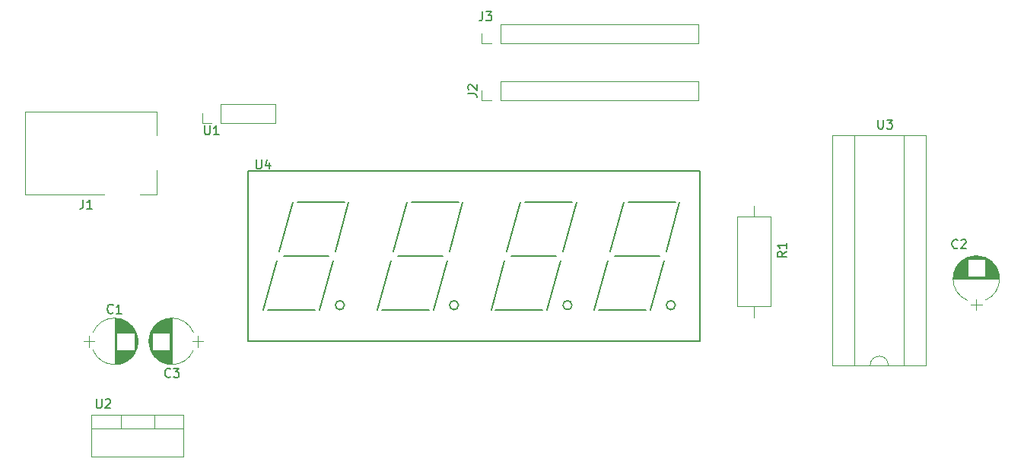
<source format=gbr>
G04 #@! TF.FileFunction,Legend,Top*
%FSLAX46Y46*%
G04 Gerber Fmt 4.6, Leading zero omitted, Abs format (unit mm)*
G04 Created by KiCad (PCBNEW 4.0.7) date Fri Nov 23 17:56:45 2018*
%MOMM*%
%LPD*%
G01*
G04 APERTURE LIST*
%ADD10C,0.100000*%
%ADD11C,0.120000*%
%ADD12C,0.150000*%
G04 APERTURE END LIST*
D10*
D11*
X124420000Y-118030000D02*
X134660000Y-118030000D01*
X124420000Y-122671000D02*
X134660000Y-122671000D01*
X124420000Y-118030000D02*
X124420000Y-122671000D01*
X134660000Y-118030000D02*
X134660000Y-122671000D01*
X124420000Y-119540000D02*
X134660000Y-119540000D01*
X127690000Y-118030000D02*
X127690000Y-119540000D01*
X131391000Y-118030000D02*
X131391000Y-119540000D01*
X125810000Y-93500000D02*
X117010000Y-93500000D01*
X117010000Y-93500000D02*
X117010000Y-84300000D01*
X131710000Y-90800000D02*
X131710000Y-93500000D01*
X131710000Y-93500000D02*
X129810000Y-93500000D01*
X117010000Y-84300000D02*
X131710000Y-84300000D01*
X131710000Y-84300000D02*
X131710000Y-86900000D01*
D12*
X192155000Y-109830000D02*
X141855000Y-109830000D01*
X141855000Y-109830000D02*
X141855000Y-90830000D01*
X141855000Y-90830000D02*
X192155000Y-90830000D01*
X192155000Y-90830000D02*
X192155000Y-109830000D01*
X182635000Y-100330000D02*
X187635000Y-100330000D01*
X180885000Y-106330000D02*
X186135000Y-106330000D01*
X188385000Y-99830000D02*
X189885000Y-94330000D01*
X186635000Y-106330000D02*
X188135000Y-100830000D01*
X182135000Y-99830000D02*
X183635000Y-94330000D01*
X180385000Y-106330000D02*
X181885000Y-100830000D01*
X184135000Y-94330000D02*
X189385000Y-94330000D01*
X145805000Y-100330000D02*
X150805000Y-100330000D01*
X144055000Y-106330000D02*
X149305000Y-106330000D01*
X151555000Y-99830000D02*
X153055000Y-94330000D01*
X149805000Y-106330000D02*
X151305000Y-100830000D01*
X145305000Y-99830000D02*
X146805000Y-94330000D01*
X143555000Y-106330000D02*
X145055000Y-100830000D01*
X147305000Y-94330000D02*
X152555000Y-94330000D01*
X160005000Y-94330000D02*
X165255000Y-94330000D01*
X156255000Y-106330000D02*
X157755000Y-100830000D01*
X158005000Y-99830000D02*
X159505000Y-94330000D01*
X162505000Y-106330000D02*
X164005000Y-100830000D01*
X164255000Y-99830000D02*
X165755000Y-94330000D01*
X156755000Y-106330000D02*
X162005000Y-106330000D01*
X158505000Y-100330000D02*
X163505000Y-100330000D01*
X176890000Y-99830000D02*
X178390000Y-94330000D01*
X172640000Y-94330000D02*
X177890000Y-94330000D01*
X170640000Y-99830000D02*
X172140000Y-94330000D01*
X171140000Y-100330000D02*
X176140000Y-100330000D01*
X169390000Y-106330000D02*
X174640000Y-106330000D01*
X168890000Y-106330000D02*
X170390000Y-100830000D01*
X175140000Y-106330000D02*
X176640000Y-100830000D01*
X189385000Y-105830000D02*
G75*
G03X189385000Y-105830000I-500000J0D01*
G01*
X152555000Y-105830000D02*
G75*
G03X152555000Y-105830000I-500000J0D01*
G01*
X177890000Y-105830000D02*
G75*
G03X177890000Y-105830000I-500000J0D01*
G01*
X165255000Y-105830000D02*
G75*
G03X165255000Y-105830000I-500000J0D01*
G01*
D11*
X129376863Y-108873600D02*
G75*
G03X124582564Y-108875000I-2396863J-981400D01*
G01*
X129376863Y-110836400D02*
G75*
G02X124582564Y-110835000I-2396863J981400D01*
G01*
X129376863Y-110836400D02*
G75*
G03X129377436Y-108875000I-2396863J981400D01*
G01*
X126980000Y-107305000D02*
X126980000Y-112405000D01*
X127020000Y-107305000D02*
X127020000Y-112405000D01*
X127060000Y-107306000D02*
X127060000Y-112404000D01*
X127100000Y-107307000D02*
X127100000Y-112403000D01*
X127140000Y-107309000D02*
X127140000Y-112401000D01*
X127180000Y-107312000D02*
X127180000Y-112398000D01*
X127220000Y-107316000D02*
X127220000Y-112394000D01*
X127260000Y-107320000D02*
X127260000Y-108875000D01*
X127260000Y-110835000D02*
X127260000Y-112390000D01*
X127300000Y-107324000D02*
X127300000Y-108875000D01*
X127300000Y-110835000D02*
X127300000Y-112386000D01*
X127340000Y-107330000D02*
X127340000Y-108875000D01*
X127340000Y-110835000D02*
X127340000Y-112380000D01*
X127380000Y-107336000D02*
X127380000Y-108875000D01*
X127380000Y-110835000D02*
X127380000Y-112374000D01*
X127420000Y-107342000D02*
X127420000Y-108875000D01*
X127420000Y-110835000D02*
X127420000Y-112368000D01*
X127460000Y-107349000D02*
X127460000Y-108875000D01*
X127460000Y-110835000D02*
X127460000Y-112361000D01*
X127500000Y-107357000D02*
X127500000Y-108875000D01*
X127500000Y-110835000D02*
X127500000Y-112353000D01*
X127540000Y-107366000D02*
X127540000Y-108875000D01*
X127540000Y-110835000D02*
X127540000Y-112344000D01*
X127580000Y-107375000D02*
X127580000Y-108875000D01*
X127580000Y-110835000D02*
X127580000Y-112335000D01*
X127620000Y-107385000D02*
X127620000Y-108875000D01*
X127620000Y-110835000D02*
X127620000Y-112325000D01*
X127660000Y-107395000D02*
X127660000Y-108875000D01*
X127660000Y-110835000D02*
X127660000Y-112315000D01*
X127701000Y-107407000D02*
X127701000Y-108875000D01*
X127701000Y-110835000D02*
X127701000Y-112303000D01*
X127741000Y-107419000D02*
X127741000Y-108875000D01*
X127741000Y-110835000D02*
X127741000Y-112291000D01*
X127781000Y-107431000D02*
X127781000Y-108875000D01*
X127781000Y-110835000D02*
X127781000Y-112279000D01*
X127821000Y-107445000D02*
X127821000Y-108875000D01*
X127821000Y-110835000D02*
X127821000Y-112265000D01*
X127861000Y-107459000D02*
X127861000Y-108875000D01*
X127861000Y-110835000D02*
X127861000Y-112251000D01*
X127901000Y-107473000D02*
X127901000Y-108875000D01*
X127901000Y-110835000D02*
X127901000Y-112237000D01*
X127941000Y-107489000D02*
X127941000Y-108875000D01*
X127941000Y-110835000D02*
X127941000Y-112221000D01*
X127981000Y-107505000D02*
X127981000Y-108875000D01*
X127981000Y-110835000D02*
X127981000Y-112205000D01*
X128021000Y-107522000D02*
X128021000Y-108875000D01*
X128021000Y-110835000D02*
X128021000Y-112188000D01*
X128061000Y-107540000D02*
X128061000Y-108875000D01*
X128061000Y-110835000D02*
X128061000Y-112170000D01*
X128101000Y-107559000D02*
X128101000Y-108875000D01*
X128101000Y-110835000D02*
X128101000Y-112151000D01*
X128141000Y-107579000D02*
X128141000Y-108875000D01*
X128141000Y-110835000D02*
X128141000Y-112131000D01*
X128181000Y-107599000D02*
X128181000Y-108875000D01*
X128181000Y-110835000D02*
X128181000Y-112111000D01*
X128221000Y-107621000D02*
X128221000Y-108875000D01*
X128221000Y-110835000D02*
X128221000Y-112089000D01*
X128261000Y-107643000D02*
X128261000Y-108875000D01*
X128261000Y-110835000D02*
X128261000Y-112067000D01*
X128301000Y-107666000D02*
X128301000Y-108875000D01*
X128301000Y-110835000D02*
X128301000Y-112044000D01*
X128341000Y-107690000D02*
X128341000Y-108875000D01*
X128341000Y-110835000D02*
X128341000Y-112020000D01*
X128381000Y-107715000D02*
X128381000Y-108875000D01*
X128381000Y-110835000D02*
X128381000Y-111995000D01*
X128421000Y-107742000D02*
X128421000Y-108875000D01*
X128421000Y-110835000D02*
X128421000Y-111968000D01*
X128461000Y-107769000D02*
X128461000Y-108875000D01*
X128461000Y-110835000D02*
X128461000Y-111941000D01*
X128501000Y-107797000D02*
X128501000Y-108875000D01*
X128501000Y-110835000D02*
X128501000Y-111913000D01*
X128541000Y-107827000D02*
X128541000Y-108875000D01*
X128541000Y-110835000D02*
X128541000Y-111883000D01*
X128581000Y-107858000D02*
X128581000Y-108875000D01*
X128581000Y-110835000D02*
X128581000Y-111852000D01*
X128621000Y-107890000D02*
X128621000Y-108875000D01*
X128621000Y-110835000D02*
X128621000Y-111820000D01*
X128661000Y-107923000D02*
X128661000Y-108875000D01*
X128661000Y-110835000D02*
X128661000Y-111787000D01*
X128701000Y-107958000D02*
X128701000Y-108875000D01*
X128701000Y-110835000D02*
X128701000Y-111752000D01*
X128741000Y-107994000D02*
X128741000Y-108875000D01*
X128741000Y-110835000D02*
X128741000Y-111716000D01*
X128781000Y-108032000D02*
X128781000Y-108875000D01*
X128781000Y-110835000D02*
X128781000Y-111678000D01*
X128821000Y-108072000D02*
X128821000Y-108875000D01*
X128821000Y-110835000D02*
X128821000Y-111638000D01*
X128861000Y-108113000D02*
X128861000Y-108875000D01*
X128861000Y-110835000D02*
X128861000Y-111597000D01*
X128901000Y-108156000D02*
X128901000Y-108875000D01*
X128901000Y-110835000D02*
X128901000Y-111554000D01*
X128941000Y-108201000D02*
X128941000Y-108875000D01*
X128941000Y-110835000D02*
X128941000Y-111509000D01*
X128981000Y-108249000D02*
X128981000Y-108875000D01*
X128981000Y-110835000D02*
X128981000Y-111461000D01*
X129021000Y-108299000D02*
X129021000Y-108875000D01*
X129021000Y-110835000D02*
X129021000Y-111411000D01*
X129061000Y-108351000D02*
X129061000Y-108875000D01*
X129061000Y-110835000D02*
X129061000Y-111359000D01*
X129101000Y-108407000D02*
X129101000Y-108875000D01*
X129101000Y-110835000D02*
X129101000Y-111303000D01*
X129141000Y-108465000D02*
X129141000Y-108875000D01*
X129141000Y-110835000D02*
X129141000Y-111245000D01*
X129181000Y-108528000D02*
X129181000Y-108875000D01*
X129181000Y-110835000D02*
X129181000Y-111182000D01*
X129221000Y-108594000D02*
X129221000Y-111116000D01*
X129261000Y-108666000D02*
X129261000Y-111044000D01*
X129301000Y-108743000D02*
X129301000Y-110967000D01*
X129341000Y-108827000D02*
X129341000Y-110883000D01*
X129381000Y-108921000D02*
X129381000Y-110789000D01*
X129421000Y-109026000D02*
X129421000Y-110684000D01*
X129461000Y-109148000D02*
X129461000Y-110562000D01*
X129501000Y-109296000D02*
X129501000Y-110414000D01*
X129541000Y-109501000D02*
X129541000Y-110209000D01*
X123530000Y-109855000D02*
X124730000Y-109855000D01*
X124130000Y-109205000D02*
X124130000Y-110505000D01*
X221903600Y-100493137D02*
G75*
G03X221905000Y-105287436I981400J-2396863D01*
G01*
X223866400Y-100493137D02*
G75*
G02X223865000Y-105287436I-981400J-2396863D01*
G01*
X223866400Y-100493137D02*
G75*
G03X221905000Y-100492564I-981400J-2396863D01*
G01*
X220335000Y-102890000D02*
X225435000Y-102890000D01*
X220335000Y-102850000D02*
X225435000Y-102850000D01*
X220336000Y-102810000D02*
X225434000Y-102810000D01*
X220337000Y-102770000D02*
X225433000Y-102770000D01*
X220339000Y-102730000D02*
X225431000Y-102730000D01*
X220342000Y-102690000D02*
X225428000Y-102690000D01*
X220346000Y-102650000D02*
X225424000Y-102650000D01*
X220350000Y-102610000D02*
X221905000Y-102610000D01*
X223865000Y-102610000D02*
X225420000Y-102610000D01*
X220354000Y-102570000D02*
X221905000Y-102570000D01*
X223865000Y-102570000D02*
X225416000Y-102570000D01*
X220360000Y-102530000D02*
X221905000Y-102530000D01*
X223865000Y-102530000D02*
X225410000Y-102530000D01*
X220366000Y-102490000D02*
X221905000Y-102490000D01*
X223865000Y-102490000D02*
X225404000Y-102490000D01*
X220372000Y-102450000D02*
X221905000Y-102450000D01*
X223865000Y-102450000D02*
X225398000Y-102450000D01*
X220379000Y-102410000D02*
X221905000Y-102410000D01*
X223865000Y-102410000D02*
X225391000Y-102410000D01*
X220387000Y-102370000D02*
X221905000Y-102370000D01*
X223865000Y-102370000D02*
X225383000Y-102370000D01*
X220396000Y-102330000D02*
X221905000Y-102330000D01*
X223865000Y-102330000D02*
X225374000Y-102330000D01*
X220405000Y-102290000D02*
X221905000Y-102290000D01*
X223865000Y-102290000D02*
X225365000Y-102290000D01*
X220415000Y-102250000D02*
X221905000Y-102250000D01*
X223865000Y-102250000D02*
X225355000Y-102250000D01*
X220425000Y-102210000D02*
X221905000Y-102210000D01*
X223865000Y-102210000D02*
X225345000Y-102210000D01*
X220437000Y-102169000D02*
X221905000Y-102169000D01*
X223865000Y-102169000D02*
X225333000Y-102169000D01*
X220449000Y-102129000D02*
X221905000Y-102129000D01*
X223865000Y-102129000D02*
X225321000Y-102129000D01*
X220461000Y-102089000D02*
X221905000Y-102089000D01*
X223865000Y-102089000D02*
X225309000Y-102089000D01*
X220475000Y-102049000D02*
X221905000Y-102049000D01*
X223865000Y-102049000D02*
X225295000Y-102049000D01*
X220489000Y-102009000D02*
X221905000Y-102009000D01*
X223865000Y-102009000D02*
X225281000Y-102009000D01*
X220503000Y-101969000D02*
X221905000Y-101969000D01*
X223865000Y-101969000D02*
X225267000Y-101969000D01*
X220519000Y-101929000D02*
X221905000Y-101929000D01*
X223865000Y-101929000D02*
X225251000Y-101929000D01*
X220535000Y-101889000D02*
X221905000Y-101889000D01*
X223865000Y-101889000D02*
X225235000Y-101889000D01*
X220552000Y-101849000D02*
X221905000Y-101849000D01*
X223865000Y-101849000D02*
X225218000Y-101849000D01*
X220570000Y-101809000D02*
X221905000Y-101809000D01*
X223865000Y-101809000D02*
X225200000Y-101809000D01*
X220589000Y-101769000D02*
X221905000Y-101769000D01*
X223865000Y-101769000D02*
X225181000Y-101769000D01*
X220609000Y-101729000D02*
X221905000Y-101729000D01*
X223865000Y-101729000D02*
X225161000Y-101729000D01*
X220629000Y-101689000D02*
X221905000Y-101689000D01*
X223865000Y-101689000D02*
X225141000Y-101689000D01*
X220651000Y-101649000D02*
X221905000Y-101649000D01*
X223865000Y-101649000D02*
X225119000Y-101649000D01*
X220673000Y-101609000D02*
X221905000Y-101609000D01*
X223865000Y-101609000D02*
X225097000Y-101609000D01*
X220696000Y-101569000D02*
X221905000Y-101569000D01*
X223865000Y-101569000D02*
X225074000Y-101569000D01*
X220720000Y-101529000D02*
X221905000Y-101529000D01*
X223865000Y-101529000D02*
X225050000Y-101529000D01*
X220745000Y-101489000D02*
X221905000Y-101489000D01*
X223865000Y-101489000D02*
X225025000Y-101489000D01*
X220772000Y-101449000D02*
X221905000Y-101449000D01*
X223865000Y-101449000D02*
X224998000Y-101449000D01*
X220799000Y-101409000D02*
X221905000Y-101409000D01*
X223865000Y-101409000D02*
X224971000Y-101409000D01*
X220827000Y-101369000D02*
X221905000Y-101369000D01*
X223865000Y-101369000D02*
X224943000Y-101369000D01*
X220857000Y-101329000D02*
X221905000Y-101329000D01*
X223865000Y-101329000D02*
X224913000Y-101329000D01*
X220888000Y-101289000D02*
X221905000Y-101289000D01*
X223865000Y-101289000D02*
X224882000Y-101289000D01*
X220920000Y-101249000D02*
X221905000Y-101249000D01*
X223865000Y-101249000D02*
X224850000Y-101249000D01*
X220953000Y-101209000D02*
X221905000Y-101209000D01*
X223865000Y-101209000D02*
X224817000Y-101209000D01*
X220988000Y-101169000D02*
X221905000Y-101169000D01*
X223865000Y-101169000D02*
X224782000Y-101169000D01*
X221024000Y-101129000D02*
X221905000Y-101129000D01*
X223865000Y-101129000D02*
X224746000Y-101129000D01*
X221062000Y-101089000D02*
X221905000Y-101089000D01*
X223865000Y-101089000D02*
X224708000Y-101089000D01*
X221102000Y-101049000D02*
X221905000Y-101049000D01*
X223865000Y-101049000D02*
X224668000Y-101049000D01*
X221143000Y-101009000D02*
X221905000Y-101009000D01*
X223865000Y-101009000D02*
X224627000Y-101009000D01*
X221186000Y-100969000D02*
X221905000Y-100969000D01*
X223865000Y-100969000D02*
X224584000Y-100969000D01*
X221231000Y-100929000D02*
X221905000Y-100929000D01*
X223865000Y-100929000D02*
X224539000Y-100929000D01*
X221279000Y-100889000D02*
X221905000Y-100889000D01*
X223865000Y-100889000D02*
X224491000Y-100889000D01*
X221329000Y-100849000D02*
X221905000Y-100849000D01*
X223865000Y-100849000D02*
X224441000Y-100849000D01*
X221381000Y-100809000D02*
X221905000Y-100809000D01*
X223865000Y-100809000D02*
X224389000Y-100809000D01*
X221437000Y-100769000D02*
X221905000Y-100769000D01*
X223865000Y-100769000D02*
X224333000Y-100769000D01*
X221495000Y-100729000D02*
X221905000Y-100729000D01*
X223865000Y-100729000D02*
X224275000Y-100729000D01*
X221558000Y-100689000D02*
X221905000Y-100689000D01*
X223865000Y-100689000D02*
X224212000Y-100689000D01*
X221624000Y-100649000D02*
X224146000Y-100649000D01*
X221696000Y-100609000D02*
X224074000Y-100609000D01*
X221773000Y-100569000D02*
X223997000Y-100569000D01*
X221857000Y-100529000D02*
X223913000Y-100529000D01*
X221951000Y-100489000D02*
X223819000Y-100489000D01*
X222056000Y-100449000D02*
X223714000Y-100449000D01*
X222178000Y-100409000D02*
X223592000Y-100409000D01*
X222326000Y-100369000D02*
X223444000Y-100369000D01*
X222531000Y-100329000D02*
X223239000Y-100329000D01*
X222885000Y-106340000D02*
X222885000Y-105140000D01*
X222235000Y-105740000D02*
X223535000Y-105740000D01*
X130973137Y-110836400D02*
G75*
G03X135767436Y-110835000I2396863J981400D01*
G01*
X130973137Y-108873600D02*
G75*
G02X135767436Y-108875000I2396863J-981400D01*
G01*
X130973137Y-108873600D02*
G75*
G03X130972564Y-110835000I2396863J-981400D01*
G01*
X133370000Y-112405000D02*
X133370000Y-107305000D01*
X133330000Y-112405000D02*
X133330000Y-107305000D01*
X133290000Y-112404000D02*
X133290000Y-107306000D01*
X133250000Y-112403000D02*
X133250000Y-107307000D01*
X133210000Y-112401000D02*
X133210000Y-107309000D01*
X133170000Y-112398000D02*
X133170000Y-107312000D01*
X133130000Y-112394000D02*
X133130000Y-107316000D01*
X133090000Y-112390000D02*
X133090000Y-110835000D01*
X133090000Y-108875000D02*
X133090000Y-107320000D01*
X133050000Y-112386000D02*
X133050000Y-110835000D01*
X133050000Y-108875000D02*
X133050000Y-107324000D01*
X133010000Y-112380000D02*
X133010000Y-110835000D01*
X133010000Y-108875000D02*
X133010000Y-107330000D01*
X132970000Y-112374000D02*
X132970000Y-110835000D01*
X132970000Y-108875000D02*
X132970000Y-107336000D01*
X132930000Y-112368000D02*
X132930000Y-110835000D01*
X132930000Y-108875000D02*
X132930000Y-107342000D01*
X132890000Y-112361000D02*
X132890000Y-110835000D01*
X132890000Y-108875000D02*
X132890000Y-107349000D01*
X132850000Y-112353000D02*
X132850000Y-110835000D01*
X132850000Y-108875000D02*
X132850000Y-107357000D01*
X132810000Y-112344000D02*
X132810000Y-110835000D01*
X132810000Y-108875000D02*
X132810000Y-107366000D01*
X132770000Y-112335000D02*
X132770000Y-110835000D01*
X132770000Y-108875000D02*
X132770000Y-107375000D01*
X132730000Y-112325000D02*
X132730000Y-110835000D01*
X132730000Y-108875000D02*
X132730000Y-107385000D01*
X132690000Y-112315000D02*
X132690000Y-110835000D01*
X132690000Y-108875000D02*
X132690000Y-107395000D01*
X132649000Y-112303000D02*
X132649000Y-110835000D01*
X132649000Y-108875000D02*
X132649000Y-107407000D01*
X132609000Y-112291000D02*
X132609000Y-110835000D01*
X132609000Y-108875000D02*
X132609000Y-107419000D01*
X132569000Y-112279000D02*
X132569000Y-110835000D01*
X132569000Y-108875000D02*
X132569000Y-107431000D01*
X132529000Y-112265000D02*
X132529000Y-110835000D01*
X132529000Y-108875000D02*
X132529000Y-107445000D01*
X132489000Y-112251000D02*
X132489000Y-110835000D01*
X132489000Y-108875000D02*
X132489000Y-107459000D01*
X132449000Y-112237000D02*
X132449000Y-110835000D01*
X132449000Y-108875000D02*
X132449000Y-107473000D01*
X132409000Y-112221000D02*
X132409000Y-110835000D01*
X132409000Y-108875000D02*
X132409000Y-107489000D01*
X132369000Y-112205000D02*
X132369000Y-110835000D01*
X132369000Y-108875000D02*
X132369000Y-107505000D01*
X132329000Y-112188000D02*
X132329000Y-110835000D01*
X132329000Y-108875000D02*
X132329000Y-107522000D01*
X132289000Y-112170000D02*
X132289000Y-110835000D01*
X132289000Y-108875000D02*
X132289000Y-107540000D01*
X132249000Y-112151000D02*
X132249000Y-110835000D01*
X132249000Y-108875000D02*
X132249000Y-107559000D01*
X132209000Y-112131000D02*
X132209000Y-110835000D01*
X132209000Y-108875000D02*
X132209000Y-107579000D01*
X132169000Y-112111000D02*
X132169000Y-110835000D01*
X132169000Y-108875000D02*
X132169000Y-107599000D01*
X132129000Y-112089000D02*
X132129000Y-110835000D01*
X132129000Y-108875000D02*
X132129000Y-107621000D01*
X132089000Y-112067000D02*
X132089000Y-110835000D01*
X132089000Y-108875000D02*
X132089000Y-107643000D01*
X132049000Y-112044000D02*
X132049000Y-110835000D01*
X132049000Y-108875000D02*
X132049000Y-107666000D01*
X132009000Y-112020000D02*
X132009000Y-110835000D01*
X132009000Y-108875000D02*
X132009000Y-107690000D01*
X131969000Y-111995000D02*
X131969000Y-110835000D01*
X131969000Y-108875000D02*
X131969000Y-107715000D01*
X131929000Y-111968000D02*
X131929000Y-110835000D01*
X131929000Y-108875000D02*
X131929000Y-107742000D01*
X131889000Y-111941000D02*
X131889000Y-110835000D01*
X131889000Y-108875000D02*
X131889000Y-107769000D01*
X131849000Y-111913000D02*
X131849000Y-110835000D01*
X131849000Y-108875000D02*
X131849000Y-107797000D01*
X131809000Y-111883000D02*
X131809000Y-110835000D01*
X131809000Y-108875000D02*
X131809000Y-107827000D01*
X131769000Y-111852000D02*
X131769000Y-110835000D01*
X131769000Y-108875000D02*
X131769000Y-107858000D01*
X131729000Y-111820000D02*
X131729000Y-110835000D01*
X131729000Y-108875000D02*
X131729000Y-107890000D01*
X131689000Y-111787000D02*
X131689000Y-110835000D01*
X131689000Y-108875000D02*
X131689000Y-107923000D01*
X131649000Y-111752000D02*
X131649000Y-110835000D01*
X131649000Y-108875000D02*
X131649000Y-107958000D01*
X131609000Y-111716000D02*
X131609000Y-110835000D01*
X131609000Y-108875000D02*
X131609000Y-107994000D01*
X131569000Y-111678000D02*
X131569000Y-110835000D01*
X131569000Y-108875000D02*
X131569000Y-108032000D01*
X131529000Y-111638000D02*
X131529000Y-110835000D01*
X131529000Y-108875000D02*
X131529000Y-108072000D01*
X131489000Y-111597000D02*
X131489000Y-110835000D01*
X131489000Y-108875000D02*
X131489000Y-108113000D01*
X131449000Y-111554000D02*
X131449000Y-110835000D01*
X131449000Y-108875000D02*
X131449000Y-108156000D01*
X131409000Y-111509000D02*
X131409000Y-110835000D01*
X131409000Y-108875000D02*
X131409000Y-108201000D01*
X131369000Y-111461000D02*
X131369000Y-110835000D01*
X131369000Y-108875000D02*
X131369000Y-108249000D01*
X131329000Y-111411000D02*
X131329000Y-110835000D01*
X131329000Y-108875000D02*
X131329000Y-108299000D01*
X131289000Y-111359000D02*
X131289000Y-110835000D01*
X131289000Y-108875000D02*
X131289000Y-108351000D01*
X131249000Y-111303000D02*
X131249000Y-110835000D01*
X131249000Y-108875000D02*
X131249000Y-108407000D01*
X131209000Y-111245000D02*
X131209000Y-110835000D01*
X131209000Y-108875000D02*
X131209000Y-108465000D01*
X131169000Y-111182000D02*
X131169000Y-110835000D01*
X131169000Y-108875000D02*
X131169000Y-108528000D01*
X131129000Y-111116000D02*
X131129000Y-108594000D01*
X131089000Y-111044000D02*
X131089000Y-108666000D01*
X131049000Y-110967000D02*
X131049000Y-108743000D01*
X131009000Y-110883000D02*
X131009000Y-108827000D01*
X130969000Y-110789000D02*
X130969000Y-108921000D01*
X130929000Y-110684000D02*
X130929000Y-109026000D01*
X130889000Y-110562000D02*
X130889000Y-109148000D01*
X130849000Y-110414000D02*
X130849000Y-109296000D01*
X130809000Y-110209000D02*
X130809000Y-109501000D01*
X136820000Y-109855000D02*
X135620000Y-109855000D01*
X136220000Y-110505000D02*
X136220000Y-109205000D01*
X199980000Y-95955000D02*
X196260000Y-95955000D01*
X196260000Y-95955000D02*
X196260000Y-105975000D01*
X196260000Y-105975000D02*
X199980000Y-105975000D01*
X199980000Y-105975000D02*
X199980000Y-95955000D01*
X198120000Y-94725000D02*
X198120000Y-95955000D01*
X198120000Y-107205000D02*
X198120000Y-105975000D01*
X211090000Y-112515000D02*
G75*
G02X213090000Y-112515000I1000000J0D01*
G01*
X213090000Y-112515000D02*
X214860000Y-112515000D01*
X214860000Y-112515000D02*
X214860000Y-86875000D01*
X214860000Y-86875000D02*
X209320000Y-86875000D01*
X209320000Y-86875000D02*
X209320000Y-112515000D01*
X209320000Y-112515000D02*
X211090000Y-112515000D01*
X217290000Y-112515000D02*
X217290000Y-86875000D01*
X217290000Y-86875000D02*
X206890000Y-86875000D01*
X206890000Y-86875000D02*
X206890000Y-112515000D01*
X206890000Y-112515000D02*
X217290000Y-112515000D01*
X169910000Y-82975000D02*
X191970000Y-82975000D01*
X191970000Y-82975000D02*
X191970000Y-80855000D01*
X191970000Y-80855000D02*
X169910000Y-80855000D01*
X169910000Y-80855000D02*
X169910000Y-82975000D01*
X168910000Y-82975000D02*
X167850000Y-82975000D01*
X167850000Y-82975000D02*
X167850000Y-81915000D01*
X169910000Y-76625000D02*
X191970000Y-76625000D01*
X191970000Y-76625000D02*
X191970000Y-74505000D01*
X191970000Y-74505000D02*
X169910000Y-74505000D01*
X169910000Y-74505000D02*
X169910000Y-76625000D01*
X168910000Y-76625000D02*
X167850000Y-76625000D01*
X167850000Y-76625000D02*
X167850000Y-75565000D01*
X138795000Y-85515000D02*
X144855000Y-85515000D01*
X144855000Y-85515000D02*
X144855000Y-83395000D01*
X144855000Y-83395000D02*
X138795000Y-83395000D01*
X138795000Y-83395000D02*
X138795000Y-85515000D01*
X137795000Y-85515000D02*
X136735000Y-85515000D01*
X136735000Y-85515000D02*
X136735000Y-84455000D01*
D12*
X124968095Y-116292381D02*
X124968095Y-117101905D01*
X125015714Y-117197143D01*
X125063333Y-117244762D01*
X125158571Y-117292381D01*
X125349048Y-117292381D01*
X125444286Y-117244762D01*
X125491905Y-117197143D01*
X125539524Y-117101905D01*
X125539524Y-116292381D01*
X125968095Y-116387619D02*
X126015714Y-116340000D01*
X126110952Y-116292381D01*
X126349048Y-116292381D01*
X126444286Y-116340000D01*
X126491905Y-116387619D01*
X126539524Y-116482857D01*
X126539524Y-116578095D01*
X126491905Y-116720952D01*
X125920476Y-117292381D01*
X126539524Y-117292381D01*
X123491667Y-94067381D02*
X123491667Y-94781667D01*
X123444047Y-94924524D01*
X123348809Y-95019762D01*
X123205952Y-95067381D01*
X123110714Y-95067381D01*
X124491667Y-95067381D02*
X123920238Y-95067381D01*
X124205952Y-95067381D02*
X124205952Y-94067381D01*
X124110714Y-94210238D01*
X124015476Y-94305476D01*
X123920238Y-94353095D01*
X142748095Y-89622381D02*
X142748095Y-90431905D01*
X142795714Y-90527143D01*
X142843333Y-90574762D01*
X142938571Y-90622381D01*
X143129048Y-90622381D01*
X143224286Y-90574762D01*
X143271905Y-90527143D01*
X143319524Y-90431905D01*
X143319524Y-89622381D01*
X144224286Y-89955714D02*
X144224286Y-90622381D01*
X143986190Y-89574762D02*
X143748095Y-90289048D01*
X144367143Y-90289048D01*
X126813334Y-106652143D02*
X126765715Y-106699762D01*
X126622858Y-106747381D01*
X126527620Y-106747381D01*
X126384762Y-106699762D01*
X126289524Y-106604524D01*
X126241905Y-106509286D01*
X126194286Y-106318810D01*
X126194286Y-106175952D01*
X126241905Y-105985476D01*
X126289524Y-105890238D01*
X126384762Y-105795000D01*
X126527620Y-105747381D01*
X126622858Y-105747381D01*
X126765715Y-105795000D01*
X126813334Y-105842619D01*
X127765715Y-106747381D02*
X127194286Y-106747381D01*
X127480000Y-106747381D02*
X127480000Y-105747381D01*
X127384762Y-105890238D01*
X127289524Y-105985476D01*
X127194286Y-106033095D01*
X220813334Y-99417143D02*
X220765715Y-99464762D01*
X220622858Y-99512381D01*
X220527620Y-99512381D01*
X220384762Y-99464762D01*
X220289524Y-99369524D01*
X220241905Y-99274286D01*
X220194286Y-99083810D01*
X220194286Y-98940952D01*
X220241905Y-98750476D01*
X220289524Y-98655238D01*
X220384762Y-98560000D01*
X220527620Y-98512381D01*
X220622858Y-98512381D01*
X220765715Y-98560000D01*
X220813334Y-98607619D01*
X221194286Y-98607619D02*
X221241905Y-98560000D01*
X221337143Y-98512381D01*
X221575239Y-98512381D01*
X221670477Y-98560000D01*
X221718096Y-98607619D01*
X221765715Y-98702857D01*
X221765715Y-98798095D01*
X221718096Y-98940952D01*
X221146667Y-99512381D01*
X221765715Y-99512381D01*
X133203334Y-113772143D02*
X133155715Y-113819762D01*
X133012858Y-113867381D01*
X132917620Y-113867381D01*
X132774762Y-113819762D01*
X132679524Y-113724524D01*
X132631905Y-113629286D01*
X132584286Y-113438810D01*
X132584286Y-113295952D01*
X132631905Y-113105476D01*
X132679524Y-113010238D01*
X132774762Y-112915000D01*
X132917620Y-112867381D01*
X133012858Y-112867381D01*
X133155715Y-112915000D01*
X133203334Y-112962619D01*
X133536667Y-112867381D02*
X134155715Y-112867381D01*
X133822381Y-113248333D01*
X133965239Y-113248333D01*
X134060477Y-113295952D01*
X134108096Y-113343571D01*
X134155715Y-113438810D01*
X134155715Y-113676905D01*
X134108096Y-113772143D01*
X134060477Y-113819762D01*
X133965239Y-113867381D01*
X133679524Y-113867381D01*
X133584286Y-113819762D01*
X133536667Y-113772143D01*
X201747381Y-99861666D02*
X201271190Y-100195000D01*
X201747381Y-100433095D02*
X200747381Y-100433095D01*
X200747381Y-100052142D01*
X200795000Y-99956904D01*
X200842619Y-99909285D01*
X200937857Y-99861666D01*
X201080714Y-99861666D01*
X201175952Y-99909285D01*
X201223571Y-99956904D01*
X201271190Y-100052142D01*
X201271190Y-100433095D01*
X201747381Y-98909285D02*
X201747381Y-99480714D01*
X201747381Y-99195000D02*
X200747381Y-99195000D01*
X200890238Y-99290238D01*
X200985476Y-99385476D01*
X201033095Y-99480714D01*
X211963095Y-85177381D02*
X211963095Y-85986905D01*
X212010714Y-86082143D01*
X212058333Y-86129762D01*
X212153571Y-86177381D01*
X212344048Y-86177381D01*
X212439286Y-86129762D01*
X212486905Y-86082143D01*
X212534524Y-85986905D01*
X212534524Y-85177381D01*
X212915476Y-85177381D02*
X213534524Y-85177381D01*
X213201190Y-85558333D01*
X213344048Y-85558333D01*
X213439286Y-85605952D01*
X213486905Y-85653571D01*
X213534524Y-85748810D01*
X213534524Y-85986905D01*
X213486905Y-86082143D01*
X213439286Y-86129762D01*
X213344048Y-86177381D01*
X213058333Y-86177381D01*
X212963095Y-86129762D01*
X212915476Y-86082143D01*
X166302381Y-82248333D02*
X167016667Y-82248333D01*
X167159524Y-82295953D01*
X167254762Y-82391191D01*
X167302381Y-82534048D01*
X167302381Y-82629286D01*
X166397619Y-81819762D02*
X166350000Y-81772143D01*
X166302381Y-81676905D01*
X166302381Y-81438809D01*
X166350000Y-81343571D01*
X166397619Y-81295952D01*
X166492857Y-81248333D01*
X166588095Y-81248333D01*
X166730952Y-81295952D01*
X167302381Y-81867381D01*
X167302381Y-81248333D01*
X167941667Y-73112381D02*
X167941667Y-73826667D01*
X167894047Y-73969524D01*
X167798809Y-74064762D01*
X167655952Y-74112381D01*
X167560714Y-74112381D01*
X168322619Y-73112381D02*
X168941667Y-73112381D01*
X168608333Y-73493333D01*
X168751191Y-73493333D01*
X168846429Y-73540952D01*
X168894048Y-73588571D01*
X168941667Y-73683810D01*
X168941667Y-73921905D01*
X168894048Y-74017143D01*
X168846429Y-74064762D01*
X168751191Y-74112381D01*
X168465476Y-74112381D01*
X168370238Y-74064762D01*
X168322619Y-74017143D01*
X137033095Y-85812381D02*
X137033095Y-86621905D01*
X137080714Y-86717143D01*
X137128333Y-86764762D01*
X137223571Y-86812381D01*
X137414048Y-86812381D01*
X137509286Y-86764762D01*
X137556905Y-86717143D01*
X137604524Y-86621905D01*
X137604524Y-85812381D01*
X138604524Y-86812381D02*
X138033095Y-86812381D01*
X138318809Y-86812381D02*
X138318809Y-85812381D01*
X138223571Y-85955238D01*
X138128333Y-86050476D01*
X138033095Y-86098095D01*
M02*

</source>
